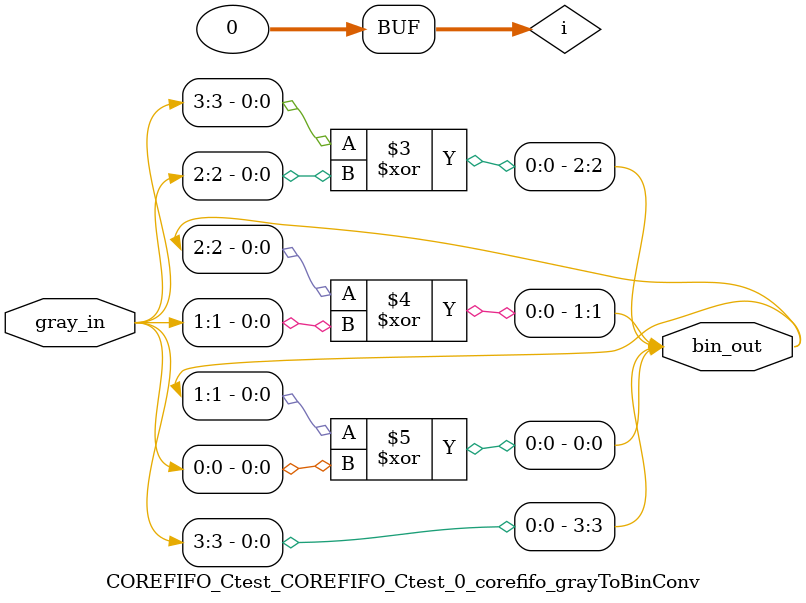
<source format=v>

`timescale 1ns / 100ps

module COREFIFO_Ctest_COREFIFO_Ctest_0_corefifo_grayToBinConv(
                                         gray_in,
                                         bin_out
                                        );

   // --------------------------------------------------------------------------
   // Parameter Declaration
   // --------------------------------------------------------------------------
   parameter ADDRWIDTH  = 3;
  // parameter SYNC_RESET = 0;   

   // --------------------------------------------------------------------------
   // I/O Declaration
   // --------------------------------------------------------------------------

   //--------
   // Inputs
   //--------
   input [ADDRWIDTH:0]    gray_in;

   //---------
   // Outputs
   //---------
   output [ADDRWIDTH:0] bin_out;

   // --------------------------------------------------------------------------
   // Internal signals
   // --------------------------------------------------------------------------
   reg [ADDRWIDTH:0]      bin_out;   
   integer                i;
   

   // --------------------------------------------------------------------------
   //                               Start - of - Code
   // --------------------------------------------------------------------------


   // --------------------------------------------------------------------------
   // Logic to Convert the Gray code to Binary
   // --------------------------------------------------------------------------
   always @(*) begin

      bin_out[ADDRWIDTH]  = gray_in[ADDRWIDTH];      

      for(i=ADDRWIDTH;i>0;i = i-1) begin
         bin_out[i-1]     = (bin_out[i] ^ gray_in[i-1]);
      end

   end

endmodule // corefifo_grayToBinConv

// --------------------------------------------------------------------------
//                             End - of - Code
// --------------------------------------------------------------------------

</source>
